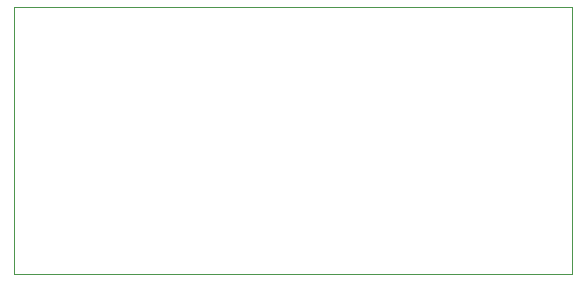
<source format=gbr>
G04 #@! TF.GenerationSoftware,KiCad,Pcbnew,(5.1.9-0-10_14)*
G04 #@! TF.CreationDate,2021-07-01T12:37:05-04:00*
G04 #@! TF.ProjectId,ebike_LED,6562696b-655f-44c4-9544-2e6b69636164,rev?*
G04 #@! TF.SameCoordinates,Original*
G04 #@! TF.FileFunction,Profile,NP*
%FSLAX46Y46*%
G04 Gerber Fmt 4.6, Leading zero omitted, Abs format (unit mm)*
G04 Created by KiCad (PCBNEW (5.1.9-0-10_14)) date 2021-07-01 12:37:05*
%MOMM*%
%LPD*%
G01*
G04 APERTURE LIST*
G04 #@! TA.AperFunction,Profile*
%ADD10C,0.050000*%
G04 #@! TD*
G04 APERTURE END LIST*
D10*
X80270000Y-34290000D02*
X33020000Y-34290000D01*
X80270000Y-56896000D02*
X80270000Y-34290000D01*
X33020000Y-56896000D02*
X80270000Y-56896000D01*
X33020000Y-34290000D02*
X33020000Y-56896000D01*
M02*

</source>
